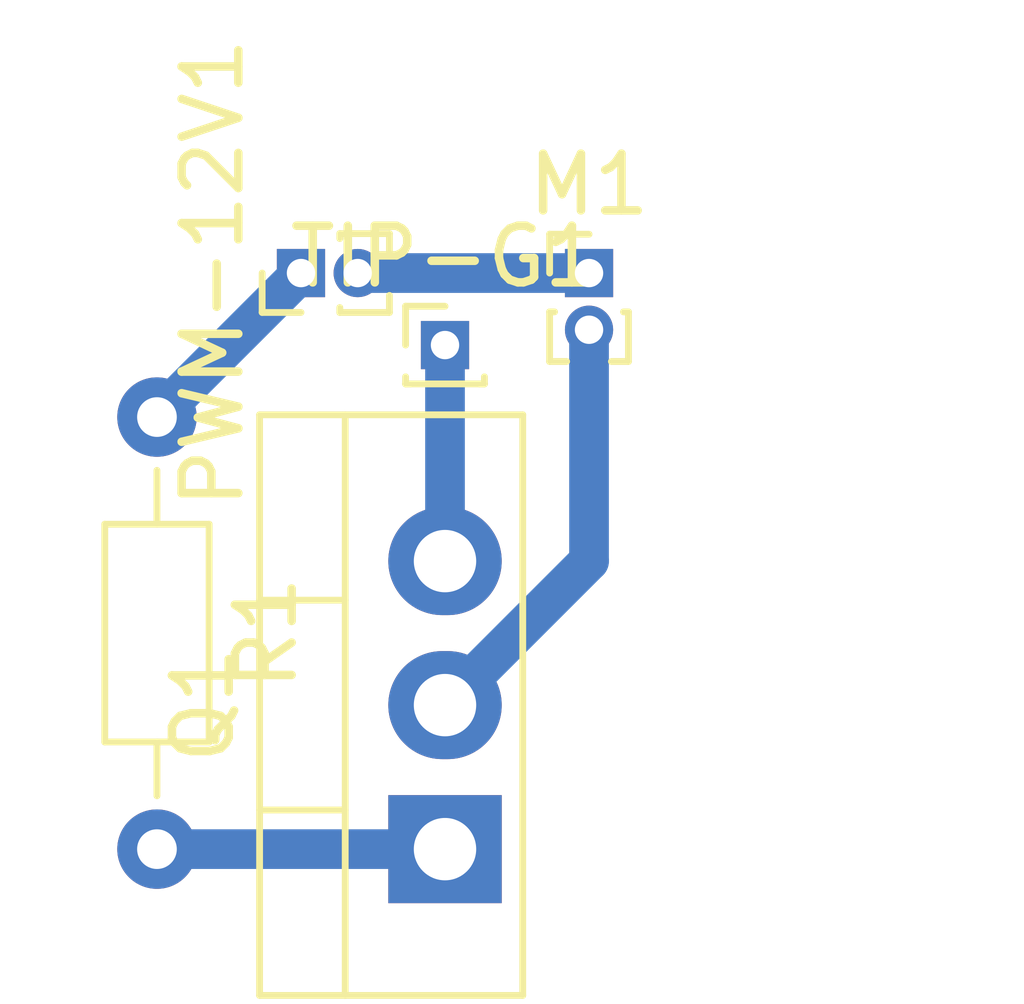
<source format=kicad_pcb>
(kicad_pcb (version 20211014) (generator pcbnew)
  (layers (0 "F.Cu" signal) (31 "B.Cu" signal) (34 "B.Paste" user) (35 "F.Paste" user) (36 "B.SilkS" user "B.Silkscreen") (37 "F.SilkS" user "F.Silkscreen") (38 "B.Mask" user) (39 "F.Mask" user) (44 "Edge.Cuts" user))
  (net 0 "")
  (net 1 "Net-(R1-Pad1)")
  (net 2 "Net-(Q1-Pad2)")
  (net 3 "Net-(PWM-12V1-Pad2)")
  (net 4 "Net-(Q1-Pad1)")
  (net 5 "Net-(TIP-G1-Pad1)")
  (footprint "Connector_PinHeader_1.00mm:PinHeader_1x02_P1.00mm_Vertical" (layer "F.Cu") (at 153.67 91.44)
    (fp_text reference "M1" (at 0 -1.56) (layer "F.SilkS"))
    (fp_text value "M 12V og M Gorund")
    (fp_line (start -0.695 -0.685) (end 0 -0.685) (layer "F.SilkS") (width 0.12))
    (fp_line (start 0.608276 0.685) (end 0.695 0.685) (layer "F.SilkS") (width 0.12))
    (fp_line (start -0.695 0) (end -0.695 -0.685) (layer "F.SilkS") (width 0.12))
    (fp_line (start 0.695 0.685) (end 0.695 1.56) (layer "F.SilkS") (width 0.12))
    (fp_line (start -0.695 0.685) (end -0.695 1.56) (layer "F.SilkS") (width 0.12))
    (fp_line (start -0.695 0.685) (end -0.608276 0.685) (layer "F.SilkS") (width 0.12))
    (fp_line (start -0.695 1.56) (end -0.394493 1.56) (layer "F.SilkS") (width 0.12))
    (fp_line (start 0.394493 1.56) (end 0.695 1.56) (layer "F.SilkS") (width 0.12))
    (pad "1" thru_hole rect (at 0 0) (size 0.85 0.85) (drill 0.5) (layers *.Cu *.Mask) (net 3 "Net-(PWM-12V1-Pad2)"))
    (pad "2" thru_hole oval (at 0 1) (size 0.85 0.85) (drill 0.5) (layers *.Cu *.Mask) (net 2 "Net-(Q1-Pad2)"))
  )
  (footprint "Package_TO_SOT_THT:TO-220-3_Vertical" (layer "F.Cu") (at 151.13 101.6 90)
    (fp_text reference "Q1" (at 2.54 -4.27 90) (layer "F.SilkS"))
    (fp_text value "TIP120")
    (fp_line (start 4.391 -3.27) (end 4.391 -1.76) (layer "F.SilkS") (width 0.12))
    (fp_line (start -2.58 -3.27) (end 7.66 -3.27) (layer "F.SilkS") (width 0.12))
    (fp_line (start 0.69 -3.27) (end 0.69 -1.76) (layer "F.SilkS") (width 0.12))
    (fp_line (start -2.58 -1.76) (end 7.66 -1.76) (layer "F.SilkS") (width 0.12))
    (fp_line (start -2.58 -3.27) (end -2.58 1.371) (layer "F.SilkS") (width 0.12))
    (fp_line (start 7.66 -3.27) (end 7.66 1.371) (layer "F.SilkS") (width 0.12))
    (fp_line (start -2.58 1.371) (end 7.66 1.371) (layer "F.SilkS") (width 0.12))
    (pad "1" thru_hole rect (at 0 0 90) (size 1.905 2) (drill 1.1) (layers *.Cu *.Mask) (net 4 "Net-(Q1-Pad1)"))
    (pad "2" thru_hole oval (at 2.54 0 90) (size 1.905 2) (drill 1.1) (layers *.Cu *.Mask) (net 2 "Net-(Q1-Pad2)"))
    (pad "3" thru_hole oval (at 5.08 0 90) (size 1.905 2) (drill 1.1) (layers *.Cu *.Mask) (net 5 "Net-(TIP-G1-Pad1)"))
  )
  (footprint "Resistor_THT:R_Axial_DIN0204_L3.6mm_D1.6mm_P7.62mm_Horizontal" (layer "F.Cu") (at 146.05 93.98 -90)
    (fp_text reference "R1" (at 3.81 -1.92 90) (layer "F.SilkS"))
    (fp_text value "R")
    (fp_line (start 1.89 -0.92) (end 1.89 0.92) (layer "F.SilkS") (width 0.12))
    (fp_line (start 5.73 -0.92) (end 1.89 -0.92) (layer "F.SilkS") (width 0.12))
    (fp_line (start 5.73 0.92) (end 5.73 -0.92) (layer "F.SilkS") (width 0.12))
    (fp_line (start 6.68 0) (end 5.73 0) (layer "F.SilkS") (width 0.12))
    (fp_line (start 0.94 0) (end 1.89 0) (layer "F.SilkS") (width 0.12))
    (fp_line (start 1.89 0.92) (end 5.73 0.92) (layer "F.SilkS") (width 0.12))
    (pad "1" thru_hole circle (at 0 0 270) (size 1.4 1.4) (drill 0.7) (layers *.Cu *.Mask) (net 1 "Net-(R1-Pad1)"))
    (pad "2" thru_hole oval (at 7.62 0 270) (size 1.4 1.4) (drill 0.7) (layers *.Cu *.Mask) (net 4 "Net-(Q1-Pad1)"))
  )
  (footprint "Connector_PinHeader_1.00mm:PinHeader_1x01_P1.00mm_Vertical" (layer "F.Cu") (at 151.13 92.71)
    (fp_text reference "TIP-G1" (at 0 -1.56) (layer "F.SilkS"))
    (fp_text value "Ground")
    (fp_line (start -0.695 0.685) (end 0.695 0.685) (layer "F.SilkS") (width 0.12))
    (fp_line (start 0.608276 0.685) (end 0.695 0.685) (layer "F.SilkS") (width 0.12))
    (fp_line (start -0.695 0.685) (end -0.608276 0.685) (layer "F.SilkS") (width 0.12))
    (fp_line (start -0.695 0.685) (end -0.695 0.56) (layer "F.SilkS") (width 0.12))
    (fp_line (start -0.695 -0.685) (end 0 -0.685) (layer "F.SilkS") (width 0.12))
    (fp_line (start 0.695 0.685) (end 0.695 0.56) (layer "F.SilkS") (width 0.12))
    (fp_line (start -0.695 0) (end -0.695 -0.685) (layer "F.SilkS") (width 0.12))
    (pad "1" thru_hole rect (at 0 0) (size 0.85 0.85) (drill 0.5) (layers *.Cu *.Mask) (net 5 "Net-(TIP-G1-Pad1)"))
  )
  (footprint "Connector_PinHeader_1.00mm:PinHeader_1x02_P1.00mm_Vertical" (layer "F.Cu") (at 148.59 91.44 90)
    (fp_text reference "PWM-12V1" (at 0 -1.56 90) (layer "F.SilkS"))
    (fp_text value "PWM og 12V")
    (fp_line (start -0.695 1.56) (end -0.394493 1.56) (layer "F.SilkS") (width 0.12))
    (fp_line (start 0.394493 1.56) (end 0.695 1.56) (layer "F.SilkS") (width 0.12))
    (fp_line (start -0.695 0.685) (end -0.695 1.56) (layer "F.SilkS") (width 0.12))
    (fp_line (start -0.695 0.685) (end -0.608276 0.685) (layer "F.SilkS") (width 0.12))
    (fp_line (start -0.695 -0.685) (end 0 -0.685) (layer "F.SilkS") (width 0.12))
    (fp_line (start 0.695 0.685) (end 0.695 1.56) (layer "F.SilkS") (width 0.12))
    (fp_line (start -0.695 0) (end -0.695 -0.685) (layer "F.SilkS") (width 0.12))
    (fp_line (start 0.608276 0.685) (end 0.695 0.685) (layer "F.SilkS") (width 0.12))
    (pad "1" thru_hole rect (at 0 0 90) (size 0.85 0.85) (drill 0.5) (layers *.Cu *.Mask) (net 1 "Net-(R1-Pad1)"))
    (pad "2" thru_hole oval (at 0 1 90) (size 0.85 0.85) (drill 0.5) (layers *.Cu *.Mask) (net 3 "Net-(PWM-12V1-Pad2)"))
  )
  (segment (start 148.59 91.44) (end 146.05 93.98) (width 0.7) (layer "B.Cu") (net 1))
  (segment (start 153.67 96.52) (end 153.67 92.44) (width 0.7) (layer "B.Cu") (net 2))
  (segment (start 151.13 99.06) (end 153.67 96.52) (width 0.7) (layer "B.Cu") (net 2))
  (segment (start 153.67 91.44) (end 149.59 91.44) (width 0.7) (layer "B.Cu") (net 3))
  (segment (start 146.05 101.6) (end 151.13 101.6) (width 0.7) (layer "B.Cu") (net 4))
  (segment (start 151.13 96.52) (end 151.13 92.71) (width 0.7) (layer "B.Cu") (net 5))
)
</source>
